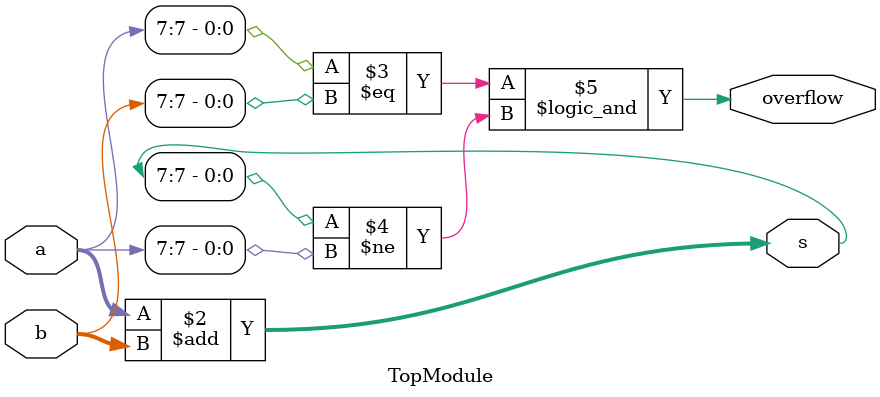
<source format=sv>
module TopModule(
    input signed [7:0] a,
    input signed [7:0] b,
    output signed [7:0] s,
    output logic overflow
);

    always @(*) begin
        s = a + b;
        overflow = ((a[7] == b[7]) && (s[7] != a[7]));
    end

endmodule
</source>
